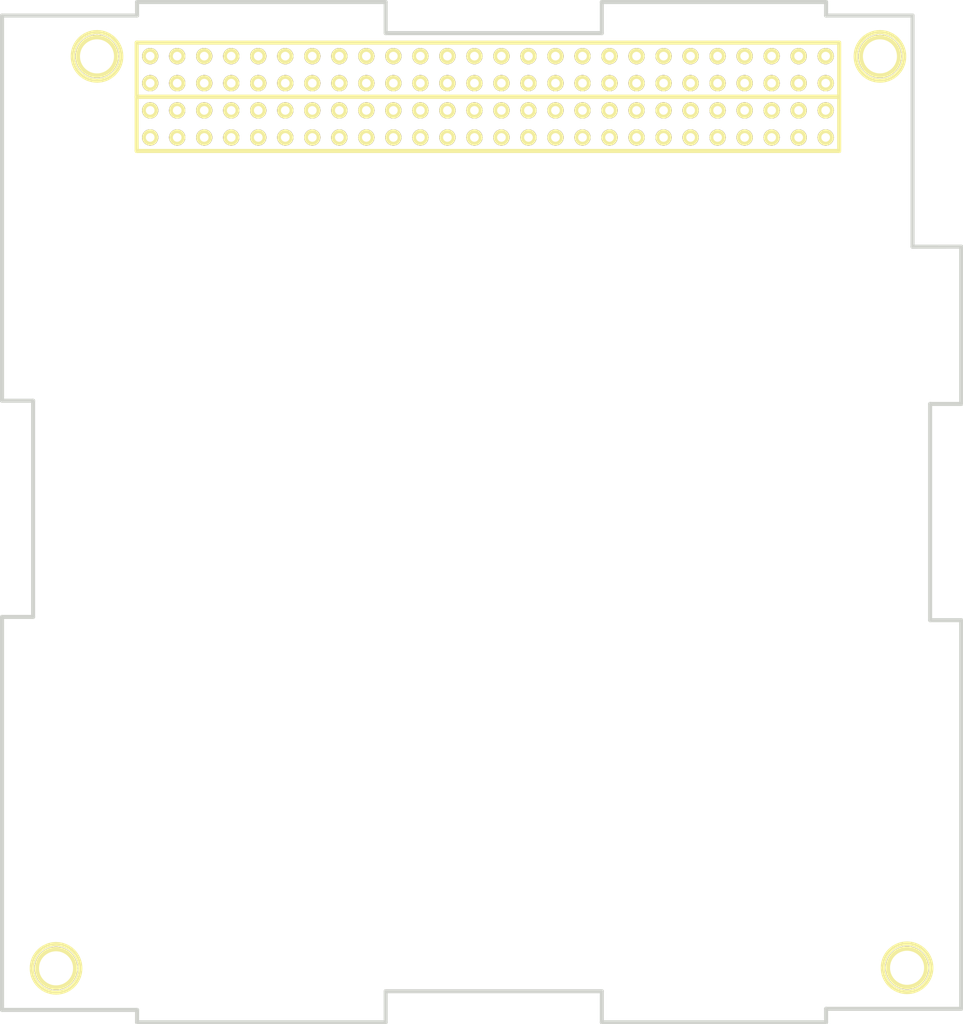
<source format=kicad_pcb>
(kicad_pcb (version 3) (host pcbnew "(2013-june-11)-stable")

  (general
    (links 0)
    (no_connects 0)
    (area 68.381879 43.454319 158.927801 139.715241)
    (thickness 1.6002)
    (drawings 168)
    (tracks 0)
    (zones 0)
    (modules 6)
    (nets 1)
  )

  (page A4)
  (layers
    (15 Front signal)
    (0 Back signal)
    (16 B.Adhes user)
    (17 F.Adhes user)
    (18 B.Paste user)
    (19 F.Paste user)
    (20 B.SilkS user)
    (21 F.SilkS user)
    (22 B.Mask user)
    (23 F.Mask user)
    (24 Dwgs.User user hide)
    (25 Cmts.User user)
    (26 Eco1.User user)
    (27 Eco2.User user)
    (28 Edge.Cuts user)
  )

  (setup
    (last_trace_width 0.2032)
    (trace_clearance 0.23114)
    (zone_clearance 0.254)
    (zone_45_only no)
    (trace_min 0.2032)
    (segment_width 0.381)
    (edge_width 0.381)
    (via_size 1.016)
    (via_drill 0.635)
    (via_min_size 0.889)
    (via_min_drill 0.508)
    (uvia_size 0.508)
    (uvia_drill 0.127)
    (uvias_allowed no)
    (uvia_min_size 0.508)
    (uvia_min_drill 0.127)
    (pcb_text_width 0.3048)
    (pcb_text_size 1.524 2.032)
    (mod_edge_width 0.381)
    (mod_text_size 1.524 1.524)
    (mod_text_width 0.3048)
    (pad_size 1.524 3.556)
    (pad_drill 0)
    (pad_to_mask_clearance 0.254)
    (aux_axis_origin 0 0)
    (visible_elements FFFFFFBF)
    (pcbplotparams
      (layerselection 283148289)
      (usegerberextensions true)
      (excludeedgelayer false)
      (linewidth 0.150000)
      (plotframeref false)
      (viasonmask false)
      (mode 1)
      (useauxorigin false)
      (hpglpennumber 1)
      (hpglpenspeed 20)
      (hpglpendiameter 15)
      (hpglpenoverlay 0)
      (psnegative false)
      (psa4output false)
      (plotreference true)
      (plotvalue true)
      (plotothertext true)
      (plotinvisibletext false)
      (padsonsilk false)
      (subtractmaskfromsilk false)
      (outputformat 1)
      (mirror false)
      (drillshape 0)
      (scaleselection 1)
      (outputdirectory Gerbers/))
  )

  (net 0 "")

  (net_class Default "This is the default net class."
    (clearance 0.23114)
    (trace_width 0.2032)
    (via_dia 1.016)
    (via_drill 0.635)
    (uvia_dia 0.508)
    (uvia_drill 0.127)
    (add_net "")
  )

  (net_class connector ""
    (clearance 0.23114)
    (trace_width 1.00076)
    (via_dia 1.016)
    (via_drill 0.635)
    (uvia_dia 0.508)
    (uvia_drill 0.127)
  )

  (module 1pin (layer Front) (tedit 5135475E) (tstamp 511587D4)
    (at 77.50048 48.75022)
    (descr "module 1 pin (ou trou mecanique de percage)")
    (tags DEV)
    (path 1pin)
    (fp_text reference 1PIN (at 0 -3.048) (layer F.SilkS) hide
      (effects (font (size 1.016 1.016) (thickness 0.254)))
    )
    (fp_text value P*** (at 0 2.794) (layer F.SilkS) hide
      (effects (font (size 1.016 1.016) (thickness 0.254)))
    )
    (fp_circle (center 0 0) (end 0 -2.286) (layer F.SilkS) (width 0.381))
    (pad 1 thru_hole circle (at 0 0) (size 4.064 4.064) (drill 3.2004)
      (layers *.Cu *.Mask F.SilkS)
    )
  )

  (module 1pin (layer Front) (tedit 51354751) (tstamp 511587E0)
    (at 151.09952 48.75022)
    (descr "module 1 pin (ou trou mecanique de percage)")
    (tags DEV)
    (path 1pin)
    (fp_text reference 1PIN (at 0 -3.048) (layer F.SilkS) hide
      (effects (font (size 1.016 1.016) (thickness 0.254)))
    )
    (fp_text value P*** (at 0 2.794) (layer F.SilkS) hide
      (effects (font (size 1.016 1.016) (thickness 0.254)))
    )
    (fp_circle (center 0 0) (end 0 -2.286) (layer F.SilkS) (width 0.381))
    (pad 1 thru_hole circle (at 0 0) (size 4.064 4.064) (drill 3.2004)
      (layers *.Cu *.Mask F.SilkS)
    )
  )

  (module 1pin (layer Front) (tedit 5135473C) (tstamp 511587E6)
    (at 73.64984 134.44982)
    (descr "module 1 pin (ou trou mecanique de percage)")
    (tags DEV)
    (path 1pin)
    (fp_text reference 1PIN (at 0 -3.048) (layer F.SilkS) hide
      (effects (font (size 1.016 1.016) (thickness 0.254)))
    )
    (fp_text value P*** (at 0 2.794) (layer F.SilkS) hide
      (effects (font (size 1.016 1.016) (thickness 0.254)))
    )
    (fp_circle (center 0 0) (end 0 -2.286) (layer F.SilkS) (width 0.381))
    (pad 1 thru_hole circle (at 0 0) (size 4.064 4.064) (drill 3.2004)
      (layers *.Cu *.Mask F.SilkS)
    )
  )

  (module 1pin (layer Front) (tedit 51354748) (tstamp 511587EF)
    (at 153.64968 134.39902)
    (descr "module 1 pin (ou trou mecanique de percage)")
    (tags DEV)
    (path 1pin)
    (fp_text reference 1PIN (at 0 -3.048) (layer F.SilkS) hide
      (effects (font (size 1.016 1.016) (thickness 0.254)))
    )
    (fp_text value P*** (at 0 2.794) (layer F.SilkS) hide
      (effects (font (size 1.016 1.016) (thickness 0.254)))
    )
    (fp_circle (center 0 0) (end 0 -2.286) (layer F.SilkS) (width 0.381))
    (pad 1 thru_hole circle (at 0 0) (size 4.064 4.064) (drill 3.2004)
      (layers *.Cu *.Mask F.SilkS)
    )
  )

  (module CSK_Header (layer Front) (tedit 5121427E) (tstamp 51158937)
    (at 114.2492 55.10022 90)
    (path /50F4617C)
    (fp_text reference H1 (at -3.81 0 180) (layer F.SilkS) hide
      (effects (font (size 1.524 1.524) (thickness 0.3048)))
    )
    (fp_text value H1 (at 0 -34.29 90) (layer F.SilkS) hide
      (effects (font (size 1.524 1.524) (thickness 0.3048)))
    )
    (fp_line (start -2.54 -33.02) (end 2.54 -33.02) (layer F.SilkS) (width 0.381))
    (fp_line (start 2.54 -33.02) (end 2.54 33.02) (layer F.SilkS) (width 0.381))
    (fp_line (start 2.54 33.02) (end -2.54 33.02) (layer F.SilkS) (width 0.381))
    (fp_line (start -2.54 33.02) (end -2.54 -33.02) (layer F.SilkS) (width 0.381))
    (pad 1 thru_hole circle (at -1.27 -31.75 90) (size 1.524 1.524) (drill 0.8128)
      (layers *.Cu *.Mask F.SilkS)
    )
    (pad 2 thru_hole circle (at 1.27 -31.75 90) (size 1.524 1.524) (drill 0.8128)
      (layers *.Cu *.Mask F.SilkS)
    )
    (pad 3 thru_hole circle (at -1.27 -29.21 90) (size 1.524 1.524) (drill 0.8128)
      (layers *.Cu *.Mask F.SilkS)
    )
    (pad 4 thru_hole circle (at 1.27 -29.21 90) (size 1.524 1.524) (drill 0.8128)
      (layers *.Cu *.Mask F.SilkS)
    )
    (pad 5 thru_hole circle (at -1.27 -26.67 90) (size 1.524 1.524) (drill 0.8128)
      (layers *.Cu *.Mask F.SilkS)
    )
    (pad 6 thru_hole circle (at 1.27 -26.67 90) (size 1.524 1.524) (drill 0.8128)
      (layers *.Cu *.Mask F.SilkS)
    )
    (pad 7 thru_hole circle (at -1.27 -24.13 90) (size 1.524 1.524) (drill 0.8128)
      (layers *.Cu *.Mask F.SilkS)
    )
    (pad 8 thru_hole circle (at 1.27 -24.13 90) (size 1.524 1.524) (drill 0.8128)
      (layers *.Cu *.Mask F.SilkS)
    )
    (pad 9 thru_hole circle (at -1.27 -21.59 90) (size 1.524 1.524) (drill 0.8128)
      (layers *.Cu *.Mask F.SilkS)
    )
    (pad 10 thru_hole circle (at 1.27 -21.59 90) (size 1.524 1.524) (drill 0.8128)
      (layers *.Cu *.Mask F.SilkS)
    )
    (pad 11 thru_hole circle (at -1.27 -19.05 90) (size 1.524 1.524) (drill 0.8128)
      (layers *.Cu *.Mask F.SilkS)
    )
    (pad 12 thru_hole circle (at 1.27 -19.05 90) (size 1.524 1.524) (drill 0.8128)
      (layers *.Cu *.Mask F.SilkS)
    )
    (pad 13 thru_hole circle (at -1.27 -16.51 90) (size 1.524 1.524) (drill 0.8128)
      (layers *.Cu *.Mask F.SilkS)
    )
    (pad 14 thru_hole circle (at 1.27 -16.51 90) (size 1.524 1.524) (drill 0.8128)
      (layers *.Cu *.Mask F.SilkS)
    )
    (pad 15 thru_hole circle (at -1.27 -13.97 90) (size 1.524 1.524) (drill 0.8128)
      (layers *.Cu *.Mask F.SilkS)
    )
    (pad 16 thru_hole circle (at 1.27 -13.97 90) (size 1.524 1.524) (drill 0.8128)
      (layers *.Cu *.Mask F.SilkS)
    )
    (pad 17 thru_hole circle (at -1.27 -11.43 90) (size 1.524 1.524) (drill 0.8128)
      (layers *.Cu *.Mask F.SilkS)
    )
    (pad 18 thru_hole circle (at 1.27 -11.43 90) (size 1.524 1.524) (drill 0.8128)
      (layers *.Cu *.Mask F.SilkS)
    )
    (pad 19 thru_hole circle (at -1.27 -8.89 90) (size 1.524 1.524) (drill 0.8128)
      (layers *.Cu *.Mask F.SilkS)
    )
    (pad 20 thru_hole circle (at 1.27 -8.89 90) (size 1.524 1.524) (drill 0.8128)
      (layers *.Cu *.Mask F.SilkS)
    )
    (pad 21 thru_hole circle (at -1.27 -6.35 90) (size 1.524 1.524) (drill 0.8128)
      (layers *.Cu *.Mask F.SilkS)
    )
    (pad 22 thru_hole circle (at 1.27 -6.35 90) (size 1.524 1.524) (drill 0.8128)
      (layers *.Cu *.Mask F.SilkS)
    )
    (pad 23 thru_hole circle (at -1.27 -3.81 90) (size 1.524 1.524) (drill 0.8128)
      (layers *.Cu *.Mask F.SilkS)
    )
    (pad 24 thru_hole circle (at 1.27 -3.81 90) (size 1.524 1.524) (drill 0.8128)
      (layers *.Cu *.Mask F.SilkS)
    )
    (pad 25 thru_hole circle (at -1.27 -1.27 90) (size 1.524 1.524) (drill 0.8128)
      (layers *.Cu *.Mask F.SilkS)
    )
    (pad 26 thru_hole circle (at 1.27 -1.27 90) (size 1.524 1.524) (drill 0.8128)
      (layers *.Cu *.Mask F.SilkS)
    )
    (pad 27 thru_hole circle (at -1.27 1.27 90) (size 1.524 1.524) (drill 0.8128)
      (layers *.Cu *.Mask F.SilkS)
    )
    (pad 28 thru_hole circle (at 1.27 1.27 90) (size 1.524 1.524) (drill 0.8128)
      (layers *.Cu *.Mask F.SilkS)
    )
    (pad 29 thru_hole circle (at -1.27 3.81 90) (size 1.524 1.524) (drill 0.8128)
      (layers *.Cu *.Mask F.SilkS)
    )
    (pad 30 thru_hole circle (at 1.27 3.81 90) (size 1.524 1.524) (drill 0.8128)
      (layers *.Cu *.Mask F.SilkS)
    )
    (pad 31 thru_hole circle (at -1.27 6.35 90) (size 1.524 1.524) (drill 0.8128)
      (layers *.Cu *.Mask F.SilkS)
    )
    (pad 32 thru_hole circle (at 1.27 6.35 90) (size 1.524 1.524) (drill 0.8128)
      (layers *.Cu *.Mask F.SilkS)
    )
    (pad 33 thru_hole circle (at -1.27 8.89 90) (size 1.524 1.524) (drill 0.8128)
      (layers *.Cu *.Mask F.SilkS)
    )
    (pad 34 thru_hole circle (at 1.27 8.89 90) (size 1.524 1.524) (drill 0.8128)
      (layers *.Cu *.Mask F.SilkS)
    )
    (pad 35 thru_hole circle (at -1.27 11.43 90) (size 1.524 1.524) (drill 0.8128)
      (layers *.Cu *.Mask F.SilkS)
    )
    (pad 36 thru_hole circle (at 1.27 11.43 90) (size 1.524 1.524) (drill 0.8128)
      (layers *.Cu *.Mask F.SilkS)
    )
    (pad 37 thru_hole circle (at -1.27 13.97 90) (size 1.524 1.524) (drill 0.8128)
      (layers *.Cu *.Mask F.SilkS)
    )
    (pad 38 thru_hole circle (at 1.27 13.97 90) (size 1.524 1.524) (drill 0.8128)
      (layers *.Cu *.Mask F.SilkS)
    )
    (pad 39 thru_hole circle (at -1.27 16.51 90) (size 1.524 1.524) (drill 0.8128)
      (layers *.Cu *.Mask F.SilkS)
    )
    (pad 40 thru_hole circle (at 1.27 16.51 90) (size 1.524 1.524) (drill 0.8128)
      (layers *.Cu *.Mask F.SilkS)
    )
    (pad 41 thru_hole circle (at -1.27 19.05 90) (size 1.524 1.524) (drill 0.8128)
      (layers *.Cu *.Mask F.SilkS)
    )
    (pad 42 thru_hole circle (at 1.27 19.05 90) (size 1.524 1.524) (drill 0.8128)
      (layers *.Cu *.Mask F.SilkS)
    )
    (pad 43 thru_hole circle (at -1.27 21.59 90) (size 1.524 1.524) (drill 0.8128)
      (layers *.Cu *.Mask F.SilkS)
    )
    (pad 44 thru_hole circle (at 1.27 21.59 90) (size 1.524 1.524) (drill 0.8128)
      (layers *.Cu *.Mask F.SilkS)
    )
    (pad 45 thru_hole circle (at -1.27 24.13 90) (size 1.524 1.524) (drill 0.8128)
      (layers *.Cu *.Mask F.SilkS)
    )
    (pad 46 thru_hole circle (at 1.27 24.13 90) (size 1.524 1.524) (drill 0.8128)
      (layers *.Cu *.Mask F.SilkS)
    )
    (pad 47 thru_hole circle (at -1.27 26.67 90) (size 1.524 1.524) (drill 0.8128)
      (layers *.Cu *.Mask F.SilkS)
    )
    (pad 48 thru_hole circle (at 1.27 26.67 90) (size 1.524 1.524) (drill 0.8128)
      (layers *.Cu *.Mask F.SilkS)
    )
    (pad 49 thru_hole circle (at -1.27 29.21 90) (size 1.524 1.524) (drill 0.8128)
      (layers *.Cu *.Mask F.SilkS)
    )
    (pad 50 thru_hole circle (at 1.27 29.21 90) (size 1.524 1.524) (drill 0.8128)
      (layers *.Cu *.Mask F.SilkS)
    )
    (pad 51 thru_hole circle (at -1.27 31.75 90) (size 1.524 1.524) (drill 0.8128)
      (layers *.Cu *.Mask F.SilkS)
    )
    (pad 52 thru_hole circle (at 1.27 31.75 90) (size 1.524 1.524) (drill 0.8128)
      (layers *.Cu *.Mask F.SilkS)
    )
  )

  (module CSK_Header (layer Front) (tedit 51214279) (tstamp 51158939)
    (at 114.2492 49.9999 90)
    (path /50F46180)
    (fp_text reference H2 (at -3.81 0 180) (layer F.SilkS) hide
      (effects (font (size 1.524 1.524) (thickness 0.3048)))
    )
    (fp_text value H2 (at 0 -34.29 90) (layer F.SilkS) hide
      (effects (font (size 1.524 1.524) (thickness 0.3048)))
    )
    (fp_line (start -2.54 -33.02) (end 2.54 -33.02) (layer F.SilkS) (width 0.381))
    (fp_line (start 2.54 -33.02) (end 2.54 33.02) (layer F.SilkS) (width 0.381))
    (fp_line (start 2.54 33.02) (end -2.54 33.02) (layer F.SilkS) (width 0.381))
    (fp_line (start -2.54 33.02) (end -2.54 -33.02) (layer F.SilkS) (width 0.381))
    (pad 1 thru_hole circle (at -1.27 -31.75 90) (size 1.524 1.524) (drill 0.8128)
      (layers *.Cu *.Mask F.SilkS)
    )
    (pad 2 thru_hole circle (at 1.27 -31.75 90) (size 1.524 1.524) (drill 0.8128)
      (layers *.Cu *.Mask F.SilkS)
    )
    (pad 3 thru_hole circle (at -1.27 -29.21 90) (size 1.524 1.524) (drill 0.8128)
      (layers *.Cu *.Mask F.SilkS)
    )
    (pad 4 thru_hole circle (at 1.27 -29.21 90) (size 1.524 1.524) (drill 0.8128)
      (layers *.Cu *.Mask F.SilkS)
    )
    (pad 5 thru_hole circle (at -1.27 -26.67 90) (size 1.524 1.524) (drill 0.8128)
      (layers *.Cu *.Mask F.SilkS)
    )
    (pad 6 thru_hole circle (at 1.27 -26.67 90) (size 1.524 1.524) (drill 0.8128)
      (layers *.Cu *.Mask F.SilkS)
    )
    (pad 7 thru_hole circle (at -1.27 -24.13 90) (size 1.524 1.524) (drill 0.8128)
      (layers *.Cu *.Mask F.SilkS)
    )
    (pad 8 thru_hole circle (at 1.27 -24.13 90) (size 1.524 1.524) (drill 0.8128)
      (layers *.Cu *.Mask F.SilkS)
    )
    (pad 9 thru_hole circle (at -1.27 -21.59 90) (size 1.524 1.524) (drill 0.8128)
      (layers *.Cu *.Mask F.SilkS)
    )
    (pad 10 thru_hole circle (at 1.27 -21.59 90) (size 1.524 1.524) (drill 0.8128)
      (layers *.Cu *.Mask F.SilkS)
    )
    (pad 11 thru_hole circle (at -1.27 -19.05 90) (size 1.524 1.524) (drill 0.8128)
      (layers *.Cu *.Mask F.SilkS)
    )
    (pad 12 thru_hole circle (at 1.27 -19.05 90) (size 1.524 1.524) (drill 0.8128)
      (layers *.Cu *.Mask F.SilkS)
    )
    (pad 13 thru_hole circle (at -1.27 -16.51 90) (size 1.524 1.524) (drill 0.8128)
      (layers *.Cu *.Mask F.SilkS)
    )
    (pad 14 thru_hole circle (at 1.27 -16.51 90) (size 1.524 1.524) (drill 0.8128)
      (layers *.Cu *.Mask F.SilkS)
    )
    (pad 15 thru_hole circle (at -1.27 -13.97 90) (size 1.524 1.524) (drill 0.8128)
      (layers *.Cu *.Mask F.SilkS)
    )
    (pad 16 thru_hole circle (at 1.27 -13.97 90) (size 1.524 1.524) (drill 0.8128)
      (layers *.Cu *.Mask F.SilkS)
    )
    (pad 17 thru_hole circle (at -1.27 -11.43 90) (size 1.524 1.524) (drill 0.8128)
      (layers *.Cu *.Mask F.SilkS)
    )
    (pad 18 thru_hole circle (at 1.27 -11.43 90) (size 1.524 1.524) (drill 0.8128)
      (layers *.Cu *.Mask F.SilkS)
    )
    (pad 19 thru_hole circle (at -1.27 -8.89 90) (size 1.524 1.524) (drill 0.8128)
      (layers *.Cu *.Mask F.SilkS)
    )
    (pad 20 thru_hole circle (at 1.27 -8.89 90) (size 1.524 1.524) (drill 0.8128)
      (layers *.Cu *.Mask F.SilkS)
    )
    (pad 21 thru_hole circle (at -1.27 -6.35 90) (size 1.524 1.524) (drill 0.8128)
      (layers *.Cu *.Mask F.SilkS)
    )
    (pad 22 thru_hole circle (at 1.27 -6.35 90) (size 1.524 1.524) (drill 0.8128)
      (layers *.Cu *.Mask F.SilkS)
    )
    (pad 23 thru_hole circle (at -1.27 -3.81 90) (size 1.524 1.524) (drill 0.8128)
      (layers *.Cu *.Mask F.SilkS)
    )
    (pad 24 thru_hole circle (at 1.27 -3.81 90) (size 1.524 1.524) (drill 0.8128)
      (layers *.Cu *.Mask F.SilkS)
    )
    (pad 25 thru_hole circle (at -1.27 -1.27 90) (size 1.524 1.524) (drill 0.8128)
      (layers *.Cu *.Mask F.SilkS)
    )
    (pad 26 thru_hole circle (at 1.27 -1.27 90) (size 1.524 1.524) (drill 0.8128)
      (layers *.Cu *.Mask F.SilkS)
    )
    (pad 27 thru_hole circle (at -1.27 1.27 90) (size 1.524 1.524) (drill 0.8128)
      (layers *.Cu *.Mask F.SilkS)
    )
    (pad 28 thru_hole circle (at 1.27 1.27 90) (size 1.524 1.524) (drill 0.8128)
      (layers *.Cu *.Mask F.SilkS)
    )
    (pad 29 thru_hole circle (at -1.27 3.81 90) (size 1.524 1.524) (drill 0.8128)
      (layers *.Cu *.Mask F.SilkS)
    )
    (pad 30 thru_hole circle (at 1.27 3.81 90) (size 1.524 1.524) (drill 0.8128)
      (layers *.Cu *.Mask F.SilkS)
    )
    (pad 31 thru_hole circle (at -1.27 6.35 90) (size 1.524 1.524) (drill 0.8128)
      (layers *.Cu *.Mask F.SilkS)
    )
    (pad 32 thru_hole circle (at 1.27 6.35 90) (size 1.524 1.524) (drill 0.8128)
      (layers *.Cu *.Mask F.SilkS)
    )
    (pad 33 thru_hole circle (at -1.27 8.89 90) (size 1.524 1.524) (drill 0.8128)
      (layers *.Cu *.Mask F.SilkS)
    )
    (pad 34 thru_hole circle (at 1.27 8.89 90) (size 1.524 1.524) (drill 0.8128)
      (layers *.Cu *.Mask F.SilkS)
    )
    (pad 35 thru_hole circle (at -1.27 11.43 90) (size 1.524 1.524) (drill 0.8128)
      (layers *.Cu *.Mask F.SilkS)
    )
    (pad 36 thru_hole circle (at 1.27 11.43 90) (size 1.524 1.524) (drill 0.8128)
      (layers *.Cu *.Mask F.SilkS)
    )
    (pad 37 thru_hole circle (at -1.27 13.97 90) (size 1.524 1.524) (drill 0.8128)
      (layers *.Cu *.Mask F.SilkS)
    )
    (pad 38 thru_hole circle (at 1.27 13.97 90) (size 1.524 1.524) (drill 0.8128)
      (layers *.Cu *.Mask F.SilkS)
    )
    (pad 39 thru_hole circle (at -1.27 16.51 90) (size 1.524 1.524) (drill 0.8128)
      (layers *.Cu *.Mask F.SilkS)
    )
    (pad 40 thru_hole circle (at 1.27 16.51 90) (size 1.524 1.524) (drill 0.8128)
      (layers *.Cu *.Mask F.SilkS)
    )
    (pad 41 thru_hole circle (at -1.27 19.05 90) (size 1.524 1.524) (drill 0.8128)
      (layers *.Cu *.Mask F.SilkS)
    )
    (pad 42 thru_hole circle (at 1.27 19.05 90) (size 1.524 1.524) (drill 0.8128)
      (layers *.Cu *.Mask F.SilkS)
    )
    (pad 43 thru_hole circle (at -1.27 21.59 90) (size 1.524 1.524) (drill 0.8128)
      (layers *.Cu *.Mask F.SilkS)
    )
    (pad 44 thru_hole circle (at 1.27 21.59 90) (size 1.524 1.524) (drill 0.8128)
      (layers *.Cu *.Mask F.SilkS)
    )
    (pad 45 thru_hole circle (at -1.27 24.13 90) (size 1.524 1.524) (drill 0.8128)
      (layers *.Cu *.Mask F.SilkS)
    )
    (pad 46 thru_hole circle (at 1.27 24.13 90) (size 1.524 1.524) (drill 0.8128)
      (layers *.Cu *.Mask F.SilkS)
    )
    (pad 47 thru_hole circle (at -1.27 26.67 90) (size 1.524 1.524) (drill 0.8128)
      (layers *.Cu *.Mask F.SilkS)
    )
    (pad 48 thru_hole circle (at 1.27 26.67 90) (size 1.524 1.524) (drill 0.8128)
      (layers *.Cu *.Mask F.SilkS)
    )
    (pad 49 thru_hole circle (at -1.27 29.21 90) (size 1.524 1.524) (drill 0.8128)
      (layers *.Cu *.Mask F.SilkS)
    )
    (pad 50 thru_hole circle (at 1.27 29.21 90) (size 1.524 1.524) (drill 0.8128)
      (layers *.Cu *.Mask F.SilkS)
    )
    (pad 51 thru_hole circle (at -1.27 31.75 90) (size 1.524 1.524) (drill 0.8128)
      (layers *.Cu *.Mask F.SilkS)
    )
    (pad 52 thru_hole circle (at 1.27 31.75 90) (size 1.524 1.524) (drill 0.8128)
      (layers *.Cu *.Mask F.SilkS)
    )
  )

  (gr_line (start 71.49338 81.10982) (end 71.49338 101.42982) (angle 90) (layer Dwgs.User) (width 0.381))
  (gr_line (start 68.57238 81.10982) (end 71.49338 81.10982) (angle 90) (layer Dwgs.User) (width 0.381))
  (gr_line (start 71.49338 81.10982) (end 71.49338 101.42982) (angle 90) (layer Edge.Cuts) (width 0.381))
  (gr_line (start 68.57238 81.10982) (end 71.49338 81.10982) (angle 90) (layer Edge.Cuts) (width 0.381))
  (gr_circle (center 85.0773 53.80482) (end 85.88248 53.80482) (layer Dwgs.User) (width 0.381))
  (gr_circle (center 85.0773 51.26482) (end 85.88248 51.26482) (layer Dwgs.User) (width 0.381))
  (gr_circle (center 85.0773 48.72482) (end 85.88248 48.72482) (layer Dwgs.User) (width 0.381))
  (gr_circle (center 85.0773 56.34482) (end 85.88248 56.34482) (layer Dwgs.User) (width 0.381))
  (gr_circle (center 82.5373 56.34482) (end 83.34248 56.34482) (layer Dwgs.User) (width 0.381))
  (gr_circle (center 82.5373 53.80482) (end 83.34248 53.80482) (layer Dwgs.User) (width 0.381))
  (gr_circle (center 82.5373 51.26482) (end 83.34248 51.26482) (layer Dwgs.User) (width 0.381))
  (gr_circle (center 82.5373 48.72482) (end 83.34248 48.72482) (layer Dwgs.User) (width 0.381))
  (gr_circle (center 153.6573 134.44728) (end 156.61894 134.44728) (layer Dwgs.User) (width 0.381))
  (gr_circle (center 73.64984 134.44728) (end 76.61148 134.44728) (layer Dwgs.User) (width 0.381))
  (gr_circle (center 151.1173 48.72482) (end 154.07894 48.72482) (layer Dwgs.User) (width 0.381))
  (gr_circle (center 77.4573 48.72482) (end 80.41894 48.72482) (layer Dwgs.User) (width 0.381))
  (gr_line (start 81.2673 43.64482) (end 81.2673 44.91482) (angle 90) (layer Dwgs.User) (width 0.381))
  (gr_line (start 104.6353 43.64482) (end 81.2673 43.64482) (angle 90) (layer Dwgs.User) (width 0.381))
  (gr_line (start 104.6353 46.56582) (end 104.6353 43.64482) (angle 90) (layer Dwgs.User) (width 0.381))
  (gr_line (start 124.9553 46.56582) (end 104.6353 46.56582) (angle 90) (layer Dwgs.User) (width 0.381))
  (gr_line (start 124.9553 43.64482) (end 124.9553 46.56582) (angle 90) (layer Dwgs.User) (width 0.381))
  (gr_line (start 146.0373 43.64482) (end 124.9553 43.64482) (angle 90) (layer Dwgs.User) (width 0.381))
  (gr_line (start 146.0373 44.91482) (end 146.0373 43.64482) (angle 90) (layer Dwgs.User) (width 0.381))
  (gr_line (start 154.1653 44.91482) (end 146.0373 44.91482) (angle 90) (layer Dwgs.User) (width 0.381))
  (gr_line (start 154.1653 66.6369) (end 154.1653 44.91482) (angle 90) (layer Dwgs.User) (width 0.381))
  (gr_line (start 158.7373 66.63182) (end 154.1653 66.6369) (angle 90) (layer Dwgs.User) (width 0.381))
  (gr_line (start 158.7373 81.41462) (end 158.7373 66.63182) (angle 90) (layer Dwgs.User) (width 0.381))
  (gr_line (start 155.8163 81.41462) (end 158.7373 81.41462) (angle 90) (layer Dwgs.User) (width 0.381))
  (gr_line (start 155.8163 101.73462) (end 155.8163 81.41462) (angle 90) (layer Dwgs.User) (width 0.381))
  (gr_line (start 158.7373 101.73462) (end 155.8163 101.73462) (angle 90) (layer Dwgs.User) (width 0.381))
  (gr_line (start 158.7373 138.25474) (end 158.7373 101.73462) (angle 90) (layer Dwgs.User) (width 0.381))
  (gr_line (start 146.0373 138.25474) (end 158.7373 138.25474) (angle 90) (layer Dwgs.User) (width 0.381))
  (gr_line (start 146.0373 139.52474) (end 146.0373 138.25474) (angle 90) (layer Dwgs.User) (width 0.381))
  (gr_line (start 124.9553 139.52474) (end 146.0373 139.52474) (angle 90) (layer Dwgs.User) (width 0.381))
  (gr_line (start 124.9553 136.60374) (end 124.9553 139.52474) (angle 90) (layer Dwgs.User) (width 0.381))
  (gr_line (start 104.6353 136.60374) (end 124.9553 136.60374) (angle 90) (layer Dwgs.User) (width 0.381))
  (gr_line (start 104.6353 139.52474) (end 104.6353 136.60374) (angle 90) (layer Dwgs.User) (width 0.381))
  (gr_line (start 81.2673 139.52474) (end 104.6353 139.52474) (angle 90) (layer Dwgs.User) (width 0.381))
  (gr_line (start 81.2673 138.35888) (end 81.2673 139.52474) (angle 90) (layer Dwgs.User) (width 0.381))
  (gr_line (start 68.57238 138.35888) (end 81.2673 138.35888) (angle 90) (layer Dwgs.User) (width 0.381))
  (gr_line (start 68.57238 101.42982) (end 68.57238 138.35888) (angle 90) (layer Dwgs.User) (width 0.381))
  (gr_line (start 71.49338 101.42982) (end 68.57238 101.42982) (angle 90) (layer Dwgs.User) (width 0.381))
  (gr_line (start 68.57238 44.91482) (end 68.57238 81.10982) (angle 90) (layer Dwgs.User) (width 0.381))
  (gr_line (start 81.2673 44.91482) (end 68.57238 44.91482) (angle 90) (layer Dwgs.User) (width 0.381))
  (gr_circle (center 87.6173 56.34482) (end 88.42248 56.34482) (layer Dwgs.User) (width 0.381))
  (gr_circle (center 90.1573 56.34482) (end 90.96248 56.34482) (layer Dwgs.User) (width 0.381))
  (gr_circle (center 92.6973 56.34482) (end 93.50248 56.34482) (layer Dwgs.User) (width 0.381))
  (gr_circle (center 95.2373 56.34482) (end 96.04248 56.34482) (layer Dwgs.User) (width 0.381))
  (gr_circle (center 97.7773 56.34482) (end 98.58248 56.34482) (layer Dwgs.User) (width 0.381))
  (gr_circle (center 100.3173 56.34482) (end 101.12248 56.34482) (layer Dwgs.User) (width 0.381))
  (gr_circle (center 102.8573 56.34482) (end 103.66248 56.34482) (layer Dwgs.User) (width 0.381))
  (gr_circle (center 105.3973 56.34482) (end 106.20248 56.34482) (layer Dwgs.User) (width 0.381))
  (gr_circle (center 107.9373 56.34482) (end 108.74248 56.34482) (layer Dwgs.User) (width 0.381))
  (gr_circle (center 110.4773 56.34482) (end 111.28248 56.34482) (layer Dwgs.User) (width 0.381))
  (gr_circle (center 113.0173 56.34482) (end 113.82248 56.34482) (layer Dwgs.User) (width 0.381))
  (gr_circle (center 115.5573 56.34482) (end 116.36248 56.34482) (layer Dwgs.User) (width 0.381))
  (gr_circle (center 118.0973 56.34482) (end 118.90248 56.34482) (layer Dwgs.User) (width 0.381))
  (gr_circle (center 120.6373 56.34482) (end 121.44248 56.34482) (layer Dwgs.User) (width 0.381))
  (gr_circle (center 123.1773 56.34482) (end 123.98248 56.34482) (layer Dwgs.User) (width 0.381))
  (gr_circle (center 125.7173 56.34482) (end 126.52248 56.34482) (layer Dwgs.User) (width 0.381))
  (gr_circle (center 128.2573 56.34482) (end 129.06248 56.34482) (layer Dwgs.User) (width 0.381))
  (gr_circle (center 130.7973 56.34482) (end 131.60248 56.34482) (layer Dwgs.User) (width 0.381))
  (gr_circle (center 133.3373 56.34482) (end 134.14248 56.34482) (layer Dwgs.User) (width 0.381))
  (gr_circle (center 135.8773 56.34482) (end 136.68248 56.34482) (layer Dwgs.User) (width 0.381))
  (gr_circle (center 138.4173 56.34482) (end 139.22248 56.34482) (layer Dwgs.User) (width 0.381))
  (gr_circle (center 140.9573 56.34482) (end 141.76248 56.34482) (layer Dwgs.User) (width 0.381))
  (gr_circle (center 143.4973 56.34482) (end 144.30248 56.34482) (layer Dwgs.User) (width 0.381))
  (gr_circle (center 146.0373 56.34482) (end 146.84248 56.34482) (layer Dwgs.User) (width 0.381))
  (gr_circle (center 87.6173 48.72482) (end 88.42248 48.72482) (layer Dwgs.User) (width 0.381))
  (gr_circle (center 90.1573 48.72482) (end 90.96248 48.72482) (layer Dwgs.User) (width 0.381))
  (gr_circle (center 92.6973 48.72482) (end 93.50248 48.72482) (layer Dwgs.User) (width 0.381))
  (gr_circle (center 95.2373 48.72482) (end 96.04248 48.72482) (layer Dwgs.User) (width 0.381))
  (gr_circle (center 97.7773 48.72482) (end 98.58248 48.72482) (layer Dwgs.User) (width 0.381))
  (gr_circle (center 100.3173 48.72482) (end 101.12248 48.72482) (layer Dwgs.User) (width 0.381))
  (gr_circle (center 102.8573 48.72482) (end 103.66248 48.72482) (layer Dwgs.User) (width 0.381))
  (gr_circle (center 105.3973 48.72482) (end 106.20248 48.72482) (layer Dwgs.User) (width 0.381))
  (gr_circle (center 107.9373 48.72482) (end 108.74248 48.72482) (layer Dwgs.User) (width 0.381))
  (gr_circle (center 110.4773 48.72482) (end 111.28248 48.72482) (layer Dwgs.User) (width 0.381))
  (gr_circle (center 113.0173 48.72482) (end 113.82248 48.72482) (layer Dwgs.User) (width 0.381))
  (gr_circle (center 115.5573 48.72482) (end 116.36248 48.72482) (layer Dwgs.User) (width 0.381))
  (gr_circle (center 118.0973 48.72482) (end 118.90248 48.72482) (layer Dwgs.User) (width 0.381))
  (gr_circle (center 120.6373 48.72482) (end 121.44248 48.72482) (layer Dwgs.User) (width 0.381))
  (gr_circle (center 123.1773 48.72482) (end 123.98248 48.72482) (layer Dwgs.User) (width 0.381))
  (gr_circle (center 125.7173 48.72482) (end 126.52248 48.72482) (layer Dwgs.User) (width 0.381))
  (gr_circle (center 128.2573 48.72482) (end 129.06248 48.72482) (layer Dwgs.User) (width 0.381))
  (gr_circle (center 130.7973 48.72482) (end 131.60248 48.72482) (layer Dwgs.User) (width 0.381))
  (gr_circle (center 133.3373 48.72482) (end 134.14248 48.72482) (layer Dwgs.User) (width 0.381))
  (gr_circle (center 135.8773 48.72482) (end 136.68248 48.72482) (layer Dwgs.User) (width 0.381))
  (gr_circle (center 138.4173 48.72482) (end 139.22248 48.72482) (layer Dwgs.User) (width 0.381))
  (gr_circle (center 140.9573 48.72482) (end 141.76248 48.72482) (layer Dwgs.User) (width 0.381))
  (gr_circle (center 143.4973 48.72482) (end 144.30248 48.72482) (layer Dwgs.User) (width 0.381))
  (gr_circle (center 146.0373 48.72482) (end 146.84248 48.72482) (layer Dwgs.User) (width 0.381))
  (gr_circle (center 87.6173 51.26482) (end 88.42248 51.26482) (layer Dwgs.User) (width 0.381))
  (gr_circle (center 90.1573 51.26482) (end 90.96248 51.26482) (layer Dwgs.User) (width 0.381))
  (gr_circle (center 92.6973 51.26482) (end 93.50248 51.26482) (layer Dwgs.User) (width 0.381))
  (gr_circle (center 95.2373 51.26482) (end 96.04248 51.26482) (layer Dwgs.User) (width 0.381))
  (gr_circle (center 97.7773 51.26482) (end 98.58248 51.26482) (layer Dwgs.User) (width 0.381))
  (gr_circle (center 100.3173 51.26482) (end 101.12248 51.26482) (layer Dwgs.User) (width 0.381))
  (gr_circle (center 102.8573 51.26482) (end 103.66248 51.26482) (layer Dwgs.User) (width 0.381))
  (gr_circle (center 105.3973 51.26482) (end 106.20248 51.26482) (layer Dwgs.User) (width 0.381))
  (gr_circle (center 107.9373 51.26482) (end 108.74248 51.26482) (layer Dwgs.User) (width 0.381))
  (gr_circle (center 110.4773 51.26482) (end 111.28248 51.26482) (layer Dwgs.User) (width 0.381))
  (gr_circle (center 113.0173 51.26482) (end 113.82248 51.26482) (layer Dwgs.User) (width 0.381))
  (gr_circle (center 115.5573 51.26482) (end 116.36248 51.26482) (layer Dwgs.User) (width 0.381))
  (gr_circle (center 118.0973 51.26482) (end 118.90248 51.26482) (layer Dwgs.User) (width 0.381))
  (gr_circle (center 120.6373 51.26482) (end 121.44248 51.26482) (layer Dwgs.User) (width 0.381))
  (gr_circle (center 123.1773 51.26482) (end 123.98248 51.26482) (layer Dwgs.User) (width 0.381))
  (gr_circle (center 125.7173 51.26482) (end 126.52248 51.26482) (layer Dwgs.User) (width 0.381))
  (gr_circle (center 128.2573 51.26482) (end 129.06248 51.26482) (layer Dwgs.User) (width 0.381))
  (gr_circle (center 130.7973 51.26482) (end 131.60248 51.26482) (layer Dwgs.User) (width 0.381))
  (gr_circle (center 133.3373 51.26482) (end 134.14248 51.26482) (layer Dwgs.User) (width 0.381))
  (gr_circle (center 135.8773 51.26482) (end 136.68248 51.26482) (layer Dwgs.User) (width 0.381))
  (gr_circle (center 138.4173 51.26482) (end 139.22248 51.26482) (layer Dwgs.User) (width 0.381))
  (gr_circle (center 140.9573 51.26482) (end 141.76248 51.26482) (layer Dwgs.User) (width 0.381))
  (gr_circle (center 143.4973 51.26482) (end 144.30248 51.26482) (layer Dwgs.User) (width 0.381))
  (gr_circle (center 146.0373 51.26482) (end 146.84248 51.26482) (layer Dwgs.User) (width 0.381))
  (gr_circle (center 87.6173 53.80482) (end 88.42248 53.80482) (layer Dwgs.User) (width 0.381))
  (gr_circle (center 90.1573 53.80482) (end 90.96248 53.80482) (layer Dwgs.User) (width 0.381))
  (gr_circle (center 92.6973 53.80482) (end 93.50248 53.80482) (layer Dwgs.User) (width 0.381))
  (gr_circle (center 95.2373 53.80482) (end 96.04248 53.80482) (layer Dwgs.User) (width 0.381))
  (gr_circle (center 97.7773 53.80482) (end 98.58248 53.80482) (layer Dwgs.User) (width 0.381))
  (gr_circle (center 100.3173 53.80482) (end 101.12248 53.80482) (layer Dwgs.User) (width 0.381))
  (gr_circle (center 102.8573 53.80482) (end 103.66248 53.80482) (layer Dwgs.User) (width 0.381))
  (gr_circle (center 105.3973 53.80482) (end 106.20248 53.80482) (layer Dwgs.User) (width 0.381))
  (gr_circle (center 107.9373 53.80482) (end 108.74248 53.80482) (layer Dwgs.User) (width 0.381))
  (gr_circle (center 110.4773 53.80482) (end 111.28248 53.80482) (layer Dwgs.User) (width 0.381))
  (gr_circle (center 113.0173 53.80482) (end 113.82248 53.80482) (layer Dwgs.User) (width 0.381))
  (gr_circle (center 115.5573 53.80482) (end 116.36248 53.80482) (layer Dwgs.User) (width 0.381))
  (gr_circle (center 118.0973 53.80482) (end 118.90248 53.80482) (layer Dwgs.User) (width 0.381))
  (gr_circle (center 120.6373 53.80482) (end 121.44248 53.80482) (layer Dwgs.User) (width 0.381))
  (gr_circle (center 123.1773 53.80482) (end 123.98248 53.80482) (layer Dwgs.User) (width 0.381))
  (gr_circle (center 125.7173 53.80482) (end 126.52248 53.80482) (layer Dwgs.User) (width 0.381))
  (gr_circle (center 128.2573 53.80482) (end 129.06248 53.80482) (layer Dwgs.User) (width 0.381))
  (gr_circle (center 130.7973 53.80482) (end 131.60248 53.80482) (layer Dwgs.User) (width 0.381))
  (gr_circle (center 133.3373 53.80482) (end 134.14248 53.80482) (layer Dwgs.User) (width 0.381))
  (gr_circle (center 135.8773 53.80482) (end 136.68248 53.80482) (layer Dwgs.User) (width 0.381))
  (gr_circle (center 138.4173 53.80482) (end 139.22248 53.80482) (layer Dwgs.User) (width 0.381))
  (gr_circle (center 140.9573 53.80482) (end 141.76248 53.80482) (layer Dwgs.User) (width 0.381))
  (gr_circle (center 143.4973 53.80482) (end 144.30248 53.80482) (layer Dwgs.User) (width 0.381))
  (gr_circle (center 146.0373 53.80482) (end 146.84248 53.80482) (layer Dwgs.User) (width 0.381))
  (gr_line (start 81.2673 43.64482) (end 81.2673 44.91482) (angle 90) (layer Edge.Cuts) (width 0.381))
  (gr_line (start 104.6353 43.64482) (end 81.2673 43.64482) (angle 90) (layer Edge.Cuts) (width 0.381))
  (gr_line (start 104.6353 46.56582) (end 104.6353 43.64482) (angle 90) (layer Edge.Cuts) (width 0.381))
  (gr_line (start 124.9553 46.56582) (end 104.6353 46.56582) (angle 90) (layer Edge.Cuts) (width 0.381))
  (gr_line (start 124.9553 43.64482) (end 124.9553 46.56582) (angle 90) (layer Edge.Cuts) (width 0.381))
  (gr_line (start 146.0373 43.64482) (end 124.9553 43.64482) (angle 90) (layer Edge.Cuts) (width 0.381))
  (gr_line (start 146.0373 44.91482) (end 146.0373 43.64482) (angle 90) (layer Edge.Cuts) (width 0.381))
  (gr_line (start 154.1653 44.91482) (end 146.0373 44.91482) (angle 90) (layer Edge.Cuts) (width 0.381))
  (gr_line (start 154.1653 66.6369) (end 154.1653 44.91482) (angle 90) (layer Edge.Cuts) (width 0.381))
  (gr_line (start 158.7373 66.63182) (end 154.1653 66.6369) (angle 90) (layer Edge.Cuts) (width 0.381))
  (gr_line (start 158.7373 81.41462) (end 158.7373 66.63182) (angle 90) (layer Edge.Cuts) (width 0.381))
  (gr_line (start 155.8163 81.41462) (end 158.7373 81.41462) (angle 90) (layer Edge.Cuts) (width 0.381))
  (gr_line (start 155.8163 101.73462) (end 155.8163 81.41462) (angle 90) (layer Edge.Cuts) (width 0.381))
  (gr_line (start 158.7373 101.73462) (end 155.8163 101.73462) (angle 90) (layer Edge.Cuts) (width 0.381))
  (gr_line (start 158.7373 138.25474) (end 158.7373 101.73462) (angle 90) (layer Edge.Cuts) (width 0.381))
  (gr_line (start 146.0373 138.25474) (end 158.7373 138.25474) (angle 90) (layer Edge.Cuts) (width 0.381))
  (gr_line (start 146.0373 139.52474) (end 146.0373 138.25474) (angle 90) (layer Edge.Cuts) (width 0.381))
  (gr_line (start 124.9553 139.52474) (end 146.0373 139.52474) (angle 90) (layer Edge.Cuts) (width 0.381))
  (gr_line (start 124.9553 136.60374) (end 124.9553 139.52474) (angle 90) (layer Edge.Cuts) (width 0.381))
  (gr_line (start 104.6353 136.60374) (end 124.9553 136.60374) (angle 90) (layer Edge.Cuts) (width 0.381))
  (gr_line (start 104.6353 139.52474) (end 104.6353 136.60374) (angle 90) (layer Edge.Cuts) (width 0.381))
  (gr_line (start 81.2673 139.52474) (end 104.6353 139.52474) (angle 90) (layer Edge.Cuts) (width 0.381))
  (gr_line (start 81.2673 138.35888) (end 81.2673 139.52474) (angle 90) (layer Edge.Cuts) (width 0.381))
  (gr_line (start 68.57238 138.35888) (end 81.2673 138.35888) (angle 90) (layer Edge.Cuts) (width 0.381))
  (gr_line (start 68.57238 101.42982) (end 68.57238 138.35888) (angle 90) (layer Edge.Cuts) (width 0.381))
  (gr_line (start 71.49338 101.42982) (end 68.57238 101.42982) (angle 90) (layer Edge.Cuts) (width 0.381))
  (gr_line (start 68.57238 44.91482) (end 68.57238 81.10982) (angle 90) (layer Edge.Cuts) (width 0.381))
  (gr_line (start 81.2673 44.91482) (end 68.57238 44.91482) (angle 90) (layer Edge.Cuts) (width 0.381))

)

</source>
